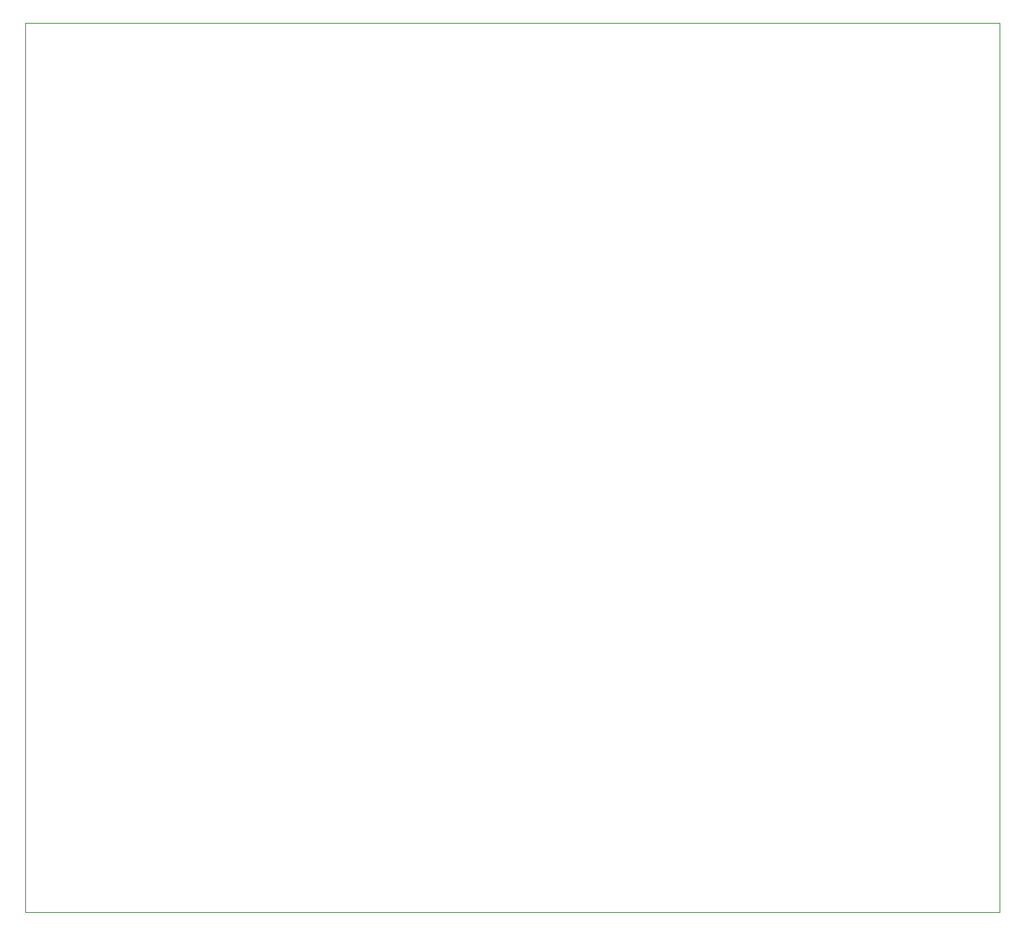
<source format=gbr>
%TF.GenerationSoftware,KiCad,Pcbnew,7.0.6*%
%TF.CreationDate,2024-08-06T23:51:49+05:30*%
%TF.ProjectId,Icon_Power_Load_V2,49636f6e-5f50-46f7-9765-725f4c6f6164,rev?*%
%TF.SameCoordinates,Original*%
%TF.FileFunction,Profile,NP*%
%FSLAX46Y46*%
G04 Gerber Fmt 4.6, Leading zero omitted, Abs format (unit mm)*
G04 Created by KiCad (PCBNEW 7.0.6) date 2024-08-06 23:51:49*
%MOMM*%
%LPD*%
G01*
G04 APERTURE LIST*
%TA.AperFunction,Profile*%
%ADD10C,0.100000*%
%TD*%
G04 APERTURE END LIST*
D10*
X92964000Y-52530000D02*
X200964000Y-52530000D01*
X200964000Y-151130000D01*
X92964000Y-151130000D01*
X92964000Y-52530000D01*
M02*

</source>
